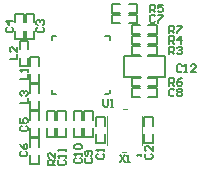
<source format=gto>
%FSLAX24Y24*%
%MOIN*%
G70*
G01*
G75*
G04 Layer_Color=65535*
%ADD10C,0.0070*%
%ADD11O,0.0354X0.0110*%
%ADD12O,0.0110X0.0354*%
%ADD13R,0.0512X0.0591*%
%ADD14R,0.0250X0.0200*%
%ADD15R,0.0433X0.0472*%
%ADD16R,0.0200X0.0250*%
%ADD17C,0.0060*%
%ADD18C,0.0100*%
%ADD19C,0.0300*%
%ADD20C,0.0320*%
%ADD21C,0.0050*%
%ADD22C,0.0043*%
D21*
X3700Y2790D02*
X3800D01*
X3850Y2840D02*
Y2940D01*
X3800Y2790D02*
X3850Y2840D01*
X1920Y4580D02*
Y4730D01*
X2070D01*
X1920Y2790D02*
X2070D01*
X1920D02*
Y2940D01*
X3700Y4730D02*
X3850D01*
Y4580D02*
Y4730D01*
X5680Y3370D02*
Y4050D01*
X4320Y3370D02*
Y4050D01*
X5120D02*
X5680D01*
X5120Y3370D02*
X5680D01*
X4320D02*
X4880D01*
X4320Y4050D02*
X4880D01*
X4580Y3330D02*
X4860D01*
X4580Y3050D02*
X4860D01*
X5140D02*
X5420D01*
X5140Y3330D02*
X5420D01*
X4580Y3050D02*
Y3330D01*
X5420Y3050D02*
Y3330D01*
X2660Y1370D02*
X2940D01*
X2660Y2210D02*
X2940D01*
Y1370D02*
Y1650D01*
X2660Y1370D02*
Y1650D01*
Y1930D02*
Y2210D01*
X2940Y1930D02*
Y2210D01*
X3010Y1370D02*
X3290D01*
X3010Y2210D02*
X3290D01*
Y1370D02*
Y1650D01*
X3010Y1370D02*
Y1650D01*
Y1930D02*
Y2210D01*
X3290Y1930D02*
Y2210D01*
X1760D02*
X2040D01*
X1760Y1370D02*
X2040D01*
X1760Y1930D02*
Y2210D01*
X2040Y1930D02*
Y2210D01*
Y1370D02*
Y1650D01*
X1760Y1370D02*
Y1650D01*
X2110Y1370D02*
X2390D01*
X2110Y2210D02*
X2390D01*
Y1370D02*
Y1650D01*
X2110Y1370D02*
Y1650D01*
Y1930D02*
Y2210D01*
X2390Y1930D02*
Y2210D01*
X5010Y1170D02*
X5290D01*
X5010Y2010D02*
X5290D01*
Y1170D02*
Y1450D01*
X5010Y1170D02*
Y1450D01*
Y1730D02*
Y2010D01*
X5290Y1730D02*
Y2010D01*
X3400Y1170D02*
X3680D01*
X3400Y2010D02*
X3680D01*
Y1170D02*
Y1450D01*
X3400Y1170D02*
Y1450D01*
Y1730D02*
Y2010D01*
X3680Y1730D02*
Y2010D01*
X1210Y3170D02*
X1490D01*
X1210Y4010D02*
X1490D01*
Y3170D02*
Y3450D01*
X1210Y3170D02*
Y3450D01*
Y3730D02*
Y4010D01*
X1490Y3730D02*
Y4010D01*
X5420Y2700D02*
Y2980D01*
X4580Y2700D02*
Y2980D01*
X5140D02*
X5420D01*
X5140Y2700D02*
X5420D01*
X4580D02*
X4860D01*
X4580Y2980D02*
X4860D01*
X1210Y2210D02*
X1490D01*
X1210Y1370D02*
X1490D01*
X1210Y1930D02*
Y2210D01*
X1490Y1930D02*
Y2210D01*
Y1370D02*
Y1650D01*
X1210Y1370D02*
Y1650D01*
Y2270D02*
X1490D01*
X1210Y3110D02*
X1490D01*
Y2270D02*
Y2550D01*
X1210Y2270D02*
Y2550D01*
Y2830D02*
Y3110D01*
X1490Y2830D02*
Y3110D01*
X5420Y4100D02*
Y4380D01*
X4580Y4100D02*
Y4380D01*
X5140D02*
X5420D01*
X5140Y4100D02*
X5420D01*
X4580D02*
X4860D01*
X4580Y4380D02*
X4860D01*
X1210Y470D02*
X1490D01*
X1210Y1310D02*
X1490D01*
Y470D02*
Y750D01*
X1210Y470D02*
Y750D01*
Y1030D02*
Y1310D01*
X1490Y1030D02*
Y1310D01*
X860Y3720D02*
X1140D01*
X860Y4560D02*
X1140D01*
Y3720D02*
Y4000D01*
X860Y3720D02*
Y4000D01*
Y4280D02*
Y4560D01*
X1140Y4280D02*
Y4560D01*
X5420Y4450D02*
Y4730D01*
X4580Y4450D02*
Y4730D01*
X5140D02*
X5420D01*
X5140Y4450D02*
X5420D01*
X4580D02*
X4860D01*
X4580Y4730D02*
X4860D01*
X710Y4620D02*
X990D01*
X710Y5460D02*
X990D01*
Y4620D02*
Y4900D01*
X710Y4620D02*
Y4900D01*
Y5180D02*
Y5460D01*
X990Y5180D02*
Y5460D01*
X1060Y4620D02*
X1340D01*
X1060Y5460D02*
X1340D01*
Y4620D02*
Y4900D01*
X1060Y4620D02*
Y4900D01*
Y5180D02*
Y5460D01*
X1340Y5180D02*
Y5460D01*
X3930Y5500D02*
Y5780D01*
X4770Y5500D02*
Y5780D01*
X3930Y5500D02*
X4210D01*
X3930Y5780D02*
X4210D01*
X4490D02*
X4770D01*
X4490Y5500D02*
X4770D01*
X4580Y4800D02*
Y5080D01*
X5420Y4800D02*
Y5080D01*
X4580Y4800D02*
X4860D01*
X4580Y5080D02*
X4860D01*
X5140D02*
X5420D01*
X5140Y4800D02*
X5420D01*
X3930Y5430D02*
X4210D01*
X3930Y5150D02*
X4210D01*
X4490D02*
X4770D01*
X4490Y5430D02*
X4770D01*
X3930Y5150D02*
Y5430D01*
X4770Y5150D02*
Y5430D01*
X3640Y2620D02*
Y2412D01*
X3682Y2370D01*
X3765D01*
X3807Y2412D01*
Y2620D01*
X3890Y2370D02*
X3973D01*
X3932D01*
Y2620D01*
X3890Y2578D01*
X6257Y3738D02*
X6215Y3780D01*
X6132D01*
X6090Y3738D01*
Y3572D01*
X6132Y3530D01*
X6215D01*
X6257Y3572D01*
X6340Y3530D02*
X6423D01*
X6382D01*
Y3780D01*
X6340Y3738D01*
X6715Y3530D02*
X6548D01*
X6715Y3697D01*
Y3738D01*
X6673Y3780D01*
X6590D01*
X6548Y3738D01*
X5840Y3070D02*
Y3320D01*
X5965D01*
X6007Y3278D01*
Y3195D01*
X5965Y3153D01*
X5840D01*
X5923D02*
X6007Y3070D01*
X6257Y3320D02*
X6173Y3278D01*
X6090Y3195D01*
Y3112D01*
X6132Y3070D01*
X6215D01*
X6257Y3112D01*
Y3153D01*
X6215Y3195D01*
X6090D01*
X4180Y760D02*
X4347Y510D01*
Y760D02*
X4180Y510D01*
X4430D02*
X4513D01*
X4472D01*
Y760D01*
X4430Y718D01*
X4910Y730D02*
Y780D01*
Y755D01*
X4760D01*
X4785Y730D01*
X5200Y5520D02*
Y5770D01*
X5325D01*
X5367Y5728D01*
Y5645D01*
X5325Y5603D01*
X5200D01*
X5283D02*
X5367Y5520D01*
X5617Y5770D02*
X5450D01*
Y5645D01*
X5533Y5687D01*
X5575D01*
X5617Y5645D01*
Y5562D01*
X5575Y5520D01*
X5492D01*
X5450Y5562D01*
X5840Y4470D02*
Y4720D01*
X5965D01*
X6007Y4678D01*
Y4595D01*
X5965Y4553D01*
X5840D01*
X5923D02*
X6007Y4470D01*
X6215D02*
Y4720D01*
X6090Y4595D01*
X6257D01*
X5840Y4120D02*
Y4370D01*
X5965D01*
X6007Y4328D01*
Y4245D01*
X5965Y4203D01*
X5840D01*
X5923D02*
X6007Y4120D01*
X6090Y4328D02*
X6132Y4370D01*
X6215D01*
X6257Y4328D01*
Y4287D01*
X6215Y4245D01*
X6173D01*
X6215D01*
X6257Y4203D01*
Y4162D01*
X6215Y4120D01*
X6132D01*
X6090Y4162D01*
X2030Y420D02*
X1780D01*
Y545D01*
X1822Y587D01*
X1905D01*
X1947Y545D01*
Y420D01*
Y503D02*
X2030Y587D01*
Y837D02*
Y670D01*
X1863Y837D01*
X1822D01*
X1780Y795D01*
Y712D01*
X1822Y670D01*
X870Y2490D02*
X1120D01*
Y2657D01*
X912Y2740D02*
X870Y2782D01*
Y2865D01*
X912Y2907D01*
X953D01*
X995Y2865D01*
Y2823D01*
Y2865D01*
X1037Y2907D01*
X1078D01*
X1120Y2865D01*
Y2782D01*
X1078Y2740D01*
X520Y3950D02*
X770D01*
Y4117D01*
Y4367D02*
Y4200D01*
X603Y4367D01*
X562D01*
X520Y4325D01*
Y4242D01*
X562Y4200D01*
X870Y3290D02*
X1120D01*
Y3457D01*
Y3540D02*
Y3623D01*
Y3582D01*
X870D01*
X912Y3540D01*
X2172Y587D02*
X2130Y545D01*
Y462D01*
X2172Y420D01*
X2338D01*
X2380Y462D01*
Y545D01*
X2338Y587D01*
X2380Y670D02*
Y753D01*
Y712D01*
X2130D01*
X2172Y670D01*
X2380Y878D02*
Y961D01*
Y920D01*
X2130D01*
X2172Y878D01*
X2712Y657D02*
X2670Y615D01*
Y532D01*
X2712Y490D01*
X2878D01*
X2920Y532D01*
Y615D01*
X2878Y657D01*
X2920Y740D02*
Y823D01*
Y782D01*
X2670D01*
X2712Y740D01*
Y948D02*
X2670Y990D01*
Y1073D01*
X2712Y1115D01*
X2878D01*
X2920Y1073D01*
Y990D01*
X2878Y948D01*
X2712D01*
X3062Y657D02*
X3020Y615D01*
Y532D01*
X3062Y490D01*
X3228D01*
X3270Y532D01*
Y615D01*
X3228Y657D01*
Y740D02*
X3270Y782D01*
Y865D01*
X3228Y907D01*
X3062D01*
X3020Y865D01*
Y782D01*
X3062Y740D01*
X3103D01*
X3145Y782D01*
Y907D01*
X6007Y2928D02*
X5965Y2970D01*
X5882D01*
X5840Y2928D01*
Y2762D01*
X5882Y2720D01*
X5965D01*
X6007Y2762D01*
X6090Y2928D02*
X6132Y2970D01*
X6215D01*
X6257Y2928D01*
Y2887D01*
X6215Y2845D01*
X6257Y2803D01*
Y2762D01*
X6215Y2720D01*
X6132D01*
X6090Y2762D01*
Y2803D01*
X6132Y2845D01*
X6090Y2887D01*
Y2928D01*
X6132Y2845D02*
X6215D01*
X5367Y5378D02*
X5325Y5420D01*
X5242D01*
X5200Y5378D01*
Y5212D01*
X5242Y5170D01*
X5325D01*
X5367Y5212D01*
X5450Y5420D02*
X5617D01*
Y5378D01*
X5450Y5212D01*
Y5170D01*
X902Y877D02*
X860Y835D01*
Y752D01*
X902Y710D01*
X1068D01*
X1110Y752D01*
Y835D01*
X1068Y877D01*
X860Y1127D02*
X902Y1043D01*
X985Y960D01*
X1068D01*
X1110Y1002D01*
Y1085D01*
X1068Y1127D01*
X1027D01*
X985Y1085D01*
Y960D01*
X912Y1727D02*
X870Y1685D01*
Y1602D01*
X912Y1560D01*
X1078D01*
X1120Y1602D01*
Y1685D01*
X1078Y1727D01*
X870Y1977D02*
Y1810D01*
X995D01*
X953Y1893D01*
Y1935D01*
X995Y1977D01*
X1078D01*
X1120Y1935D01*
Y1852D01*
X1078Y1810D01*
X422Y5017D02*
X380Y4975D01*
Y4892D01*
X422Y4850D01*
X588D01*
X630Y4892D01*
Y4975D01*
X588Y5017D01*
X630Y5225D02*
X380D01*
X505Y5100D01*
Y5267D01*
X1452Y5017D02*
X1410Y4975D01*
Y4892D01*
X1452Y4850D01*
X1618D01*
X1660Y4892D01*
Y4975D01*
X1618Y5017D01*
X1452Y5100D02*
X1410Y5142D01*
Y5225D01*
X1452Y5267D01*
X1493D01*
X1535Y5225D01*
Y5183D01*
Y5225D01*
X1577Y5267D01*
X1618D01*
X1660Y5225D01*
Y5142D01*
X1618Y5100D01*
X5072Y807D02*
X5030Y765D01*
Y682D01*
X5072Y640D01*
X5238D01*
X5280Y682D01*
Y765D01*
X5238Y807D01*
X5280Y1057D02*
Y890D01*
X5113Y1057D01*
X5072D01*
X5030Y1015D01*
Y932D01*
X5072Y890D01*
X3452Y807D02*
X3410Y765D01*
Y682D01*
X3452Y640D01*
X3618D01*
X3660Y682D01*
Y765D01*
X3618Y807D01*
X3660Y890D02*
Y973D01*
Y932D01*
X3410D01*
X3452Y890D01*
X5840Y4820D02*
Y5070D01*
X5965D01*
X6007Y5028D01*
Y4945D01*
X5965Y4903D01*
X5840D01*
X5923D02*
X6007Y4820D01*
X6090Y5070D02*
X6257D01*
Y5028D01*
X6090Y4862D01*
Y4820D01*
D22*
X3750Y1097D02*
Y2047D01*
X4284Y2277D02*
X4430D01*
X4940Y1097D02*
Y2047D01*
X4270Y867D02*
X4408D01*
M02*

</source>
